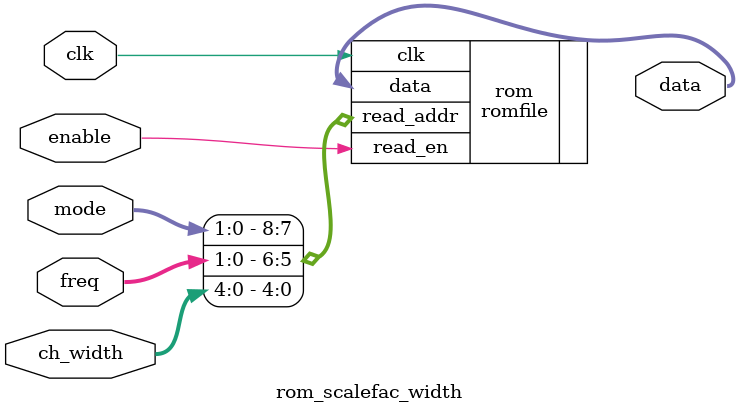
<source format=v>
`timescale 1ns / 1ps
module rom_scalefac_width(
    input wire         clk,
    input wire         enable,
    input wire  [1:0]  mode,
    input wire  [1:0]  freq,
    input wire  [4:0]  ch_width,
    output wire [7:0]  data
    );

	romfile #(
		.ROM_WIDTH(8),
		.ROM_ADDR_BITS(9),
		.FILENAME("lookup_scalefac_width.txt")
	) rom (
		.clk(clk),
		.read_en(enable),
		.read_addr( { mode, freq, ch_width } ),
		.data(data)
	);


endmodule

</source>
